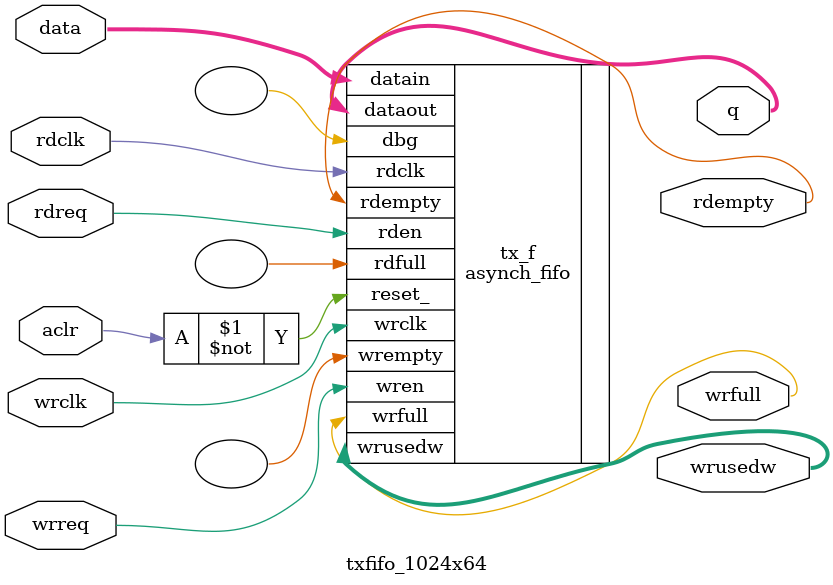
<source format=v>


`timescale 1ns / 1ns


module txfifo_1024x64

(
			aclr,

			wrclk,     	// Clk for writing data  
			wrreq,     	// request to write
			data,       // Data coming in              
			wrfull,    	// indicates fifo is full or not (To avoid overiding)
		                           
            wrusedw,     // number of slots currently in use for writting                

		    rdclk,     	  // Clk for reading data 
			rdreq,     	  // Request to read from FIFO
			q, 	    	  // Data coming out 
			rdempty );


	parameter WIDTH = 64,
			  DEPTH = 16,
			  PTR	= 4;
			  
			  
			input wire 					aclr;

			input  wire 				wrclk;      // Clk for writing data  
			input  wire 				wrreq;      // request to write 
			input  wire [WIDTH-1 : 0]	data;     	 // Data coming in
			output wire					wrfull;      // indicates fifo is full or not (To avoid overiding)
            output wire	[PTR  : 0]		wrusedw;     // number of slots currently in use for writting  

		    input  wire 				rdclk;       // Clk for reading data
			input  wire 				rdreq;       // Request to read from FIFO 
			output wire [WIDTH-1 : 0]	q; 	    	 // Data coming out
			output wire 				rdempty;  	// indicates fifo is empty or not (to avoid underflow) 


asynch_fifo	#(.WIDTH ( WIDTH),		  				
					  	  .DEPTH (DEPTH),
					 	  .PTR	 (PTR) )		  	
 											
	tx_f (
			.reset_	(~aclr),		
			
			.wrclk	(wrclk),		// Clk to write data
			.wren	(wrreq),	   	// write enable
			.datain	(data),			// write data
			.wrfull	(wrfull),		// indicates fifo is full or not (To avoid overiding)
			.wrempty(),				
			.wrusedw(wrusedw),		// wrusedw -number of locations filled in fifo

			.rdclk	(rdclk),		// i-1, Clk to read data
			.rden	(rdreq),		// i-1, read enable of data FIFO
			.dataout(q),			// Dataout of data FIFO
			.rdfull	(),				// indicates fifo is full or not (To avoid overiding) (Not used)
			.rdempty(rdempty),		// indicates fifo is empty or not (to avoid underflow)

			.dbg()

		 );
endmodule

</source>
